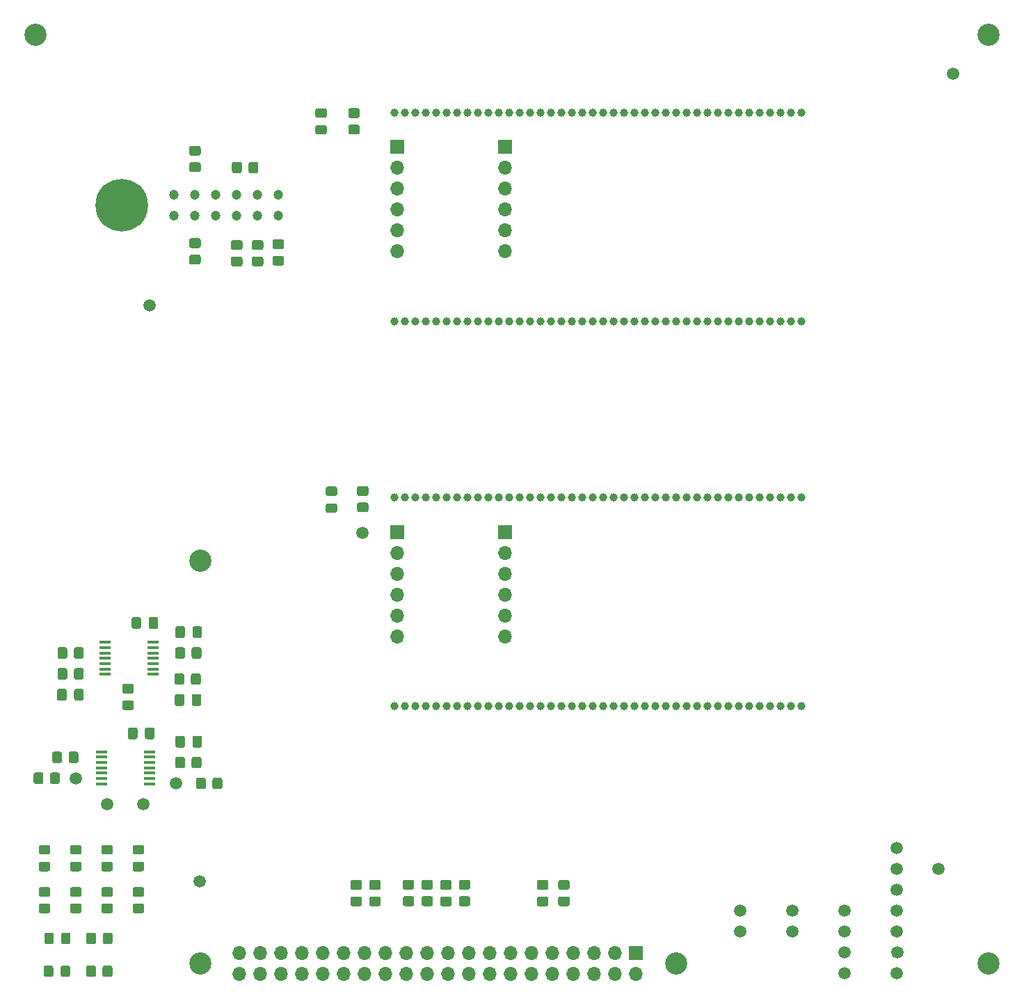
<source format=gts>
G04 #@! TF.GenerationSoftware,KiCad,Pcbnew,(5.1.8)-1*
G04 #@! TF.CreationDate,2021-03-08T00:14:45+09:00*
G04 #@! TF.ProjectId,mifune_TE0890_remote_board,6d696675-6e65-45f5-9445-303839305f72,rev?*
G04 #@! TF.SameCoordinates,Original*
G04 #@! TF.FileFunction,Soldermask,Top*
G04 #@! TF.FilePolarity,Negative*
%FSLAX46Y46*%
G04 Gerber Fmt 4.6, Leading zero omitted, Abs format (unit mm)*
G04 Created by KiCad (PCBNEW (5.1.8)-1) date 2021-03-08 00:14:45*
%MOMM*%
%LPD*%
G01*
G04 APERTURE LIST*
%ADD10R,1.475000X0.450000*%
%ADD11C,1.000000*%
%ADD12C,2.700000*%
%ADD13R,1.700000X1.700000*%
%ADD14O,1.700000X1.700000*%
%ADD15C,1.500000*%
%ADD16C,1.200000*%
%ADD17C,6.400000*%
G04 APERTURE END LIST*
D10*
G04 #@! TO.C,IC1*
X59605400Y-146640000D03*
X59605400Y-147290000D03*
X59605400Y-147940000D03*
X59605400Y-148590000D03*
X59605400Y-149240000D03*
X59605400Y-149890000D03*
X59605400Y-150540000D03*
X53729400Y-150540000D03*
X53729400Y-149890000D03*
X53729400Y-149240000D03*
X53729400Y-148590000D03*
X53729400Y-147940000D03*
X53729400Y-147290000D03*
X53729400Y-146640000D03*
G04 #@! TD*
G04 #@! TO.C,R10*
G36*
G01*
X91092401Y-176765000D02*
X90192399Y-176765000D01*
G75*
G02*
X89942400Y-176515001I0J249999D01*
G01*
X89942400Y-175814999D01*
G75*
G02*
X90192399Y-175565000I249999J0D01*
G01*
X91092401Y-175565000D01*
G75*
G02*
X91342400Y-175814999I0J-249999D01*
G01*
X91342400Y-176515001D01*
G75*
G02*
X91092401Y-176765000I-249999J0D01*
G01*
G37*
G36*
G01*
X91092401Y-178765000D02*
X90192399Y-178765000D01*
G75*
G02*
X89942400Y-178515001I0J249999D01*
G01*
X89942400Y-177814999D01*
G75*
G02*
X90192399Y-177565000I249999J0D01*
G01*
X91092401Y-177565000D01*
G75*
G02*
X91342400Y-177814999I0J-249999D01*
G01*
X91342400Y-178515001D01*
G75*
G02*
X91092401Y-178765000I-249999J0D01*
G01*
G37*
G04 #@! TD*
D11*
G04 #@! TO.C,U6*
X88953000Y-129057000D03*
X88953000Y-154457000D03*
X90223000Y-129057000D03*
X90223000Y-154457000D03*
X91493000Y-129057000D03*
X91493000Y-154457000D03*
X92763000Y-129057000D03*
X92763000Y-154457000D03*
X94033000Y-129057000D03*
X94033000Y-154457000D03*
X95303000Y-129057000D03*
X95303000Y-154457000D03*
X96573000Y-129057000D03*
X96573000Y-154457000D03*
X97843000Y-129057000D03*
X97843000Y-154457000D03*
X99113000Y-129057000D03*
X99113000Y-154457000D03*
X100383000Y-129057000D03*
X100383000Y-154457000D03*
X101653000Y-129057000D03*
X101653000Y-154457000D03*
X102923000Y-129057000D03*
X102923000Y-154457000D03*
X104193000Y-129057000D03*
X104193000Y-154457000D03*
X105463000Y-129057000D03*
X105463000Y-154457000D03*
X106733000Y-129057000D03*
X106733000Y-154457000D03*
X108003000Y-129057000D03*
X108003000Y-154457000D03*
X109273000Y-129057000D03*
X109273000Y-154457000D03*
X110543000Y-129057000D03*
X110543000Y-154457000D03*
X111813000Y-129057000D03*
X111813000Y-154457000D03*
X113083000Y-129057000D03*
X113083000Y-154457000D03*
X114353000Y-129057000D03*
X114353000Y-154457000D03*
X115623000Y-129057000D03*
X115623000Y-154457000D03*
X116893000Y-129057000D03*
X116893000Y-154457000D03*
X118163000Y-129057000D03*
X118163000Y-154457000D03*
X119433000Y-129057000D03*
X119433000Y-154457000D03*
X120703000Y-129057000D03*
X120703000Y-154457000D03*
X121973000Y-129057000D03*
X121973000Y-154457000D03*
X123243000Y-129057000D03*
X123243000Y-154457000D03*
X124513000Y-129057000D03*
X124513000Y-154457000D03*
X125783000Y-129057000D03*
X125783000Y-154457000D03*
X127053000Y-129057000D03*
X127053000Y-154457000D03*
X128323000Y-129057000D03*
X128323000Y-154457000D03*
X129593000Y-129057000D03*
X129593000Y-154457000D03*
X130863000Y-129057000D03*
X130863000Y-154457000D03*
X132133000Y-129057000D03*
X132133000Y-154457000D03*
X133403000Y-129057000D03*
X133403000Y-154457000D03*
X134673000Y-129057000D03*
X134673000Y-154457000D03*
X135943000Y-129057000D03*
X135943000Y-154457000D03*
X137213000Y-129057000D03*
X137213000Y-154457000D03*
X138483000Y-129057000D03*
X138483000Y-154457000D03*
G04 #@! TD*
G04 #@! TO.C,U3*
X138481000Y-107587800D03*
X138481000Y-82187800D03*
X137211000Y-107587800D03*
X137211000Y-82187800D03*
X135941000Y-107587800D03*
X135941000Y-82187800D03*
X134671000Y-107587800D03*
X134671000Y-82187800D03*
X133401000Y-107587800D03*
X133401000Y-82187800D03*
X132131000Y-107587800D03*
X132131000Y-82187800D03*
X130861000Y-107587800D03*
X130861000Y-82187800D03*
X129591000Y-107587800D03*
X129591000Y-82187800D03*
X128321000Y-107587800D03*
X128321000Y-82187800D03*
X127051000Y-107587800D03*
X127051000Y-82187800D03*
X125781000Y-107587800D03*
X125781000Y-82187800D03*
X124511000Y-107587800D03*
X124511000Y-82187800D03*
X123241000Y-107587800D03*
X123241000Y-82187800D03*
X121971000Y-107587800D03*
X121971000Y-82187800D03*
X120701000Y-107587800D03*
X120701000Y-82187800D03*
X119431000Y-107587800D03*
X119431000Y-82187800D03*
X118161000Y-107587800D03*
X118161000Y-82187800D03*
X116891000Y-107587800D03*
X116891000Y-82187800D03*
X115621000Y-107587800D03*
X115621000Y-82187800D03*
X114351000Y-107587800D03*
X114351000Y-82187800D03*
X113081000Y-107587800D03*
X113081000Y-82187800D03*
X111811000Y-107587800D03*
X111811000Y-82187800D03*
X110541000Y-107587800D03*
X110541000Y-82187800D03*
X109271000Y-107587800D03*
X109271000Y-82187800D03*
X108001000Y-107587800D03*
X108001000Y-82187800D03*
X106731000Y-107587800D03*
X106731000Y-82187800D03*
X105461000Y-107587800D03*
X105461000Y-82187800D03*
X104191000Y-107587800D03*
X104191000Y-82187800D03*
X102921000Y-107587800D03*
X102921000Y-82187800D03*
X101651000Y-107587800D03*
X101651000Y-82187800D03*
X100381000Y-107587800D03*
X100381000Y-82187800D03*
X99111000Y-107587800D03*
X99111000Y-82187800D03*
X97841000Y-107587800D03*
X97841000Y-82187800D03*
X96571000Y-107587800D03*
X96571000Y-82187800D03*
X95301000Y-107587800D03*
X95301000Y-82187800D03*
X94031000Y-107587800D03*
X94031000Y-82187800D03*
X92761000Y-107587800D03*
X92761000Y-82187800D03*
X91491000Y-107587800D03*
X91491000Y-82187800D03*
X90221000Y-107587800D03*
X90221000Y-82187800D03*
X88951000Y-107587800D03*
X88951000Y-82187800D03*
G04 #@! TD*
G04 #@! TO.C,C1*
G36*
G01*
X51133500Y-152560000D02*
X51133500Y-153510000D01*
G75*
G02*
X50883500Y-153760000I-250000J0D01*
G01*
X50208500Y-153760000D01*
G75*
G02*
X49958500Y-153510000I0J250000D01*
G01*
X49958500Y-152560000D01*
G75*
G02*
X50208500Y-152310000I250000J0D01*
G01*
X50883500Y-152310000D01*
G75*
G02*
X51133500Y-152560000I0J-250000D01*
G01*
G37*
G36*
G01*
X49058500Y-152560000D02*
X49058500Y-153510000D01*
G75*
G02*
X48808500Y-153760000I-250000J0D01*
G01*
X48133500Y-153760000D01*
G75*
G02*
X47883500Y-153510000I0J250000D01*
G01*
X47883500Y-152560000D01*
G75*
G02*
X48133500Y-152310000I250000J0D01*
G01*
X48808500Y-152310000D01*
G75*
G02*
X49058500Y-152560000I0J-250000D01*
G01*
G37*
G04 #@! TD*
G04 #@! TO.C,C2*
G36*
G01*
X62277500Y-159225000D02*
X62277500Y-158275000D01*
G75*
G02*
X62527500Y-158025000I250000J0D01*
G01*
X63202500Y-158025000D01*
G75*
G02*
X63452500Y-158275000I0J-250000D01*
G01*
X63452500Y-159225000D01*
G75*
G02*
X63202500Y-159475000I-250000J0D01*
G01*
X62527500Y-159475000D01*
G75*
G02*
X62277500Y-159225000I0J250000D01*
G01*
G37*
G36*
G01*
X64352500Y-159225000D02*
X64352500Y-158275000D01*
G75*
G02*
X64602500Y-158025000I250000J0D01*
G01*
X65277500Y-158025000D01*
G75*
G02*
X65527500Y-158275000I0J-250000D01*
G01*
X65527500Y-159225000D01*
G75*
G02*
X65277500Y-159475000I-250000J0D01*
G01*
X64602500Y-159475000D01*
G75*
G02*
X64352500Y-159225000I0J250000D01*
G01*
G37*
G04 #@! TD*
G04 #@! TO.C,C3*
G36*
G01*
X64276300Y-154145000D02*
X64276300Y-153195000D01*
G75*
G02*
X64526300Y-152945000I250000J0D01*
G01*
X65201300Y-152945000D01*
G75*
G02*
X65451300Y-153195000I0J-250000D01*
G01*
X65451300Y-154145000D01*
G75*
G02*
X65201300Y-154395000I-250000J0D01*
G01*
X64526300Y-154395000D01*
G75*
G02*
X64276300Y-154145000I0J250000D01*
G01*
G37*
G36*
G01*
X62201300Y-154145000D02*
X62201300Y-153195000D01*
G75*
G02*
X62451300Y-152945000I250000J0D01*
G01*
X63126300Y-152945000D01*
G75*
G02*
X63376300Y-153195000I0J-250000D01*
G01*
X63376300Y-154145000D01*
G75*
G02*
X63126300Y-154395000I-250000J0D01*
G01*
X62451300Y-154395000D01*
G75*
G02*
X62201300Y-154145000I0J250000D01*
G01*
G37*
G04 #@! TD*
G04 #@! TO.C,C4*
G36*
G01*
X64352500Y-145890000D02*
X64352500Y-144940000D01*
G75*
G02*
X64602500Y-144690000I250000J0D01*
G01*
X65277500Y-144690000D01*
G75*
G02*
X65527500Y-144940000I0J-250000D01*
G01*
X65527500Y-145890000D01*
G75*
G02*
X65277500Y-146140000I-250000J0D01*
G01*
X64602500Y-146140000D01*
G75*
G02*
X64352500Y-145890000I0J250000D01*
G01*
G37*
G36*
G01*
X62277500Y-145890000D02*
X62277500Y-144940000D01*
G75*
G02*
X62527500Y-144690000I250000J0D01*
G01*
X63202500Y-144690000D01*
G75*
G02*
X63452500Y-144940000I0J-250000D01*
G01*
X63452500Y-145890000D01*
G75*
G02*
X63202500Y-146140000I-250000J0D01*
G01*
X62527500Y-146140000D01*
G75*
G02*
X62277500Y-145890000I0J250000D01*
G01*
G37*
G04 #@! TD*
G04 #@! TO.C,C5*
G36*
G01*
X60201300Y-143822000D02*
X60201300Y-144772000D01*
G75*
G02*
X59951300Y-145022000I-250000J0D01*
G01*
X59276300Y-145022000D01*
G75*
G02*
X59026300Y-144772000I0J250000D01*
G01*
X59026300Y-143822000D01*
G75*
G02*
X59276300Y-143572000I250000J0D01*
G01*
X59951300Y-143572000D01*
G75*
G02*
X60201300Y-143822000I0J-250000D01*
G01*
G37*
G36*
G01*
X58126300Y-143822000D02*
X58126300Y-144772000D01*
G75*
G02*
X57876300Y-145022000I-250000J0D01*
G01*
X57201300Y-145022000D01*
G75*
G02*
X56951300Y-144772000I0J250000D01*
G01*
X56951300Y-143822000D01*
G75*
G02*
X57201300Y-143572000I250000J0D01*
G01*
X57876300Y-143572000D01*
G75*
G02*
X58126300Y-143822000I0J-250000D01*
G01*
G37*
G04 #@! TD*
G04 #@! TO.C,C6*
G36*
G01*
X57674000Y-157259000D02*
X57674000Y-158209000D01*
G75*
G02*
X57424000Y-158459000I-250000J0D01*
G01*
X56749000Y-158459000D01*
G75*
G02*
X56499000Y-158209000I0J250000D01*
G01*
X56499000Y-157259000D01*
G75*
G02*
X56749000Y-157009000I250000J0D01*
G01*
X57424000Y-157009000D01*
G75*
G02*
X57674000Y-157259000I0J-250000D01*
G01*
G37*
G36*
G01*
X59749000Y-157259000D02*
X59749000Y-158209000D01*
G75*
G02*
X59499000Y-158459000I-250000J0D01*
G01*
X58824000Y-158459000D01*
G75*
G02*
X58574000Y-158209000I0J250000D01*
G01*
X58574000Y-157259000D01*
G75*
G02*
X58824000Y-157009000I250000J0D01*
G01*
X59499000Y-157009000D01*
G75*
G02*
X59749000Y-157259000I0J-250000D01*
G01*
G37*
G04 #@! TD*
G04 #@! TO.C,D1*
G36*
G01*
X57334999Y-173379000D02*
X58235001Y-173379000D01*
G75*
G02*
X58485000Y-173628999I0J-249999D01*
G01*
X58485000Y-174279001D01*
G75*
G02*
X58235001Y-174529000I-249999J0D01*
G01*
X57334999Y-174529000D01*
G75*
G02*
X57085000Y-174279001I0J249999D01*
G01*
X57085000Y-173628999D01*
G75*
G02*
X57334999Y-173379000I249999J0D01*
G01*
G37*
G36*
G01*
X57334999Y-171329000D02*
X58235001Y-171329000D01*
G75*
G02*
X58485000Y-171578999I0J-249999D01*
G01*
X58485000Y-172229001D01*
G75*
G02*
X58235001Y-172479000I-249999J0D01*
G01*
X57334999Y-172479000D01*
G75*
G02*
X57085000Y-172229001I0J249999D01*
G01*
X57085000Y-171578999D01*
G75*
G02*
X57334999Y-171329000I249999J0D01*
G01*
G37*
G04 #@! TD*
G04 #@! TO.C,D2*
G36*
G01*
X53524999Y-171329000D02*
X54425001Y-171329000D01*
G75*
G02*
X54675000Y-171578999I0J-249999D01*
G01*
X54675000Y-172229001D01*
G75*
G02*
X54425001Y-172479000I-249999J0D01*
G01*
X53524999Y-172479000D01*
G75*
G02*
X53275000Y-172229001I0J249999D01*
G01*
X53275000Y-171578999D01*
G75*
G02*
X53524999Y-171329000I249999J0D01*
G01*
G37*
G36*
G01*
X53524999Y-173379000D02*
X54425001Y-173379000D01*
G75*
G02*
X54675000Y-173628999I0J-249999D01*
G01*
X54675000Y-174279001D01*
G75*
G02*
X54425001Y-174529000I-249999J0D01*
G01*
X53524999Y-174529000D01*
G75*
G02*
X53275000Y-174279001I0J249999D01*
G01*
X53275000Y-173628999D01*
G75*
G02*
X53524999Y-173379000I249999J0D01*
G01*
G37*
G04 #@! TD*
G04 #@! TO.C,D3*
G36*
G01*
X49714999Y-173379000D02*
X50615001Y-173379000D01*
G75*
G02*
X50865000Y-173628999I0J-249999D01*
G01*
X50865000Y-174279001D01*
G75*
G02*
X50615001Y-174529000I-249999J0D01*
G01*
X49714999Y-174529000D01*
G75*
G02*
X49465000Y-174279001I0J249999D01*
G01*
X49465000Y-173628999D01*
G75*
G02*
X49714999Y-173379000I249999J0D01*
G01*
G37*
G36*
G01*
X49714999Y-171329000D02*
X50615001Y-171329000D01*
G75*
G02*
X50865000Y-171578999I0J-249999D01*
G01*
X50865000Y-172229001D01*
G75*
G02*
X50615001Y-172479000I-249999J0D01*
G01*
X49714999Y-172479000D01*
G75*
G02*
X49465000Y-172229001I0J249999D01*
G01*
X49465000Y-171578999D01*
G75*
G02*
X49714999Y-171329000I249999J0D01*
G01*
G37*
G04 #@! TD*
G04 #@! TO.C,D4*
G36*
G01*
X45904999Y-171329000D02*
X46805001Y-171329000D01*
G75*
G02*
X47055000Y-171578999I0J-249999D01*
G01*
X47055000Y-172229001D01*
G75*
G02*
X46805001Y-172479000I-249999J0D01*
G01*
X45904999Y-172479000D01*
G75*
G02*
X45655000Y-172229001I0J249999D01*
G01*
X45655000Y-171578999D01*
G75*
G02*
X45904999Y-171329000I249999J0D01*
G01*
G37*
G36*
G01*
X45904999Y-173379000D02*
X46805001Y-173379000D01*
G75*
G02*
X47055000Y-173628999I0J-249999D01*
G01*
X47055000Y-174279001D01*
G75*
G02*
X46805001Y-174529000I-249999J0D01*
G01*
X45904999Y-174529000D01*
G75*
G02*
X45655000Y-174279001I0J249999D01*
G01*
X45655000Y-173628999D01*
G75*
G02*
X45904999Y-173379000I249999J0D01*
G01*
G37*
G04 #@! TD*
D12*
G04 #@! TO.C,H1*
X123247000Y-185730000D03*
G04 #@! TD*
G04 #@! TO.C,H2*
X65347400Y-185730000D03*
G04 #@! TD*
G04 #@! TO.C,H3*
X65363400Y-136746000D03*
G04 #@! TD*
D10*
G04 #@! TO.C,IC2*
X53272200Y-159975000D03*
X53272200Y-160625000D03*
X53272200Y-161275000D03*
X53272200Y-161925000D03*
X53272200Y-162575000D03*
X53272200Y-163225000D03*
X53272200Y-163875000D03*
X59148200Y-163875000D03*
X59148200Y-163225000D03*
X59148200Y-162575000D03*
X59148200Y-161925000D03*
X59148200Y-161275000D03*
X59148200Y-160625000D03*
X59148200Y-159975000D03*
G04 #@! TD*
D13*
G04 #@! TO.C,J1*
X118364000Y-184450000D03*
D14*
X118364000Y-186990000D03*
X115824000Y-184450000D03*
X115824000Y-186990000D03*
X113284000Y-184450000D03*
X113284000Y-186990000D03*
X110744000Y-184450000D03*
X110744000Y-186990000D03*
X108204000Y-184450000D03*
X108204000Y-186990000D03*
X105664000Y-184450000D03*
X105664000Y-186990000D03*
X103124000Y-184450000D03*
X103124000Y-186990000D03*
X100584000Y-184450000D03*
X100584000Y-186990000D03*
X98044000Y-184450000D03*
X98044000Y-186990000D03*
X95504000Y-184450000D03*
X95504000Y-186990000D03*
X92964000Y-184450000D03*
X92964000Y-186990000D03*
X90424000Y-184450000D03*
X90424000Y-186990000D03*
X87884000Y-184450000D03*
X87884000Y-186990000D03*
X85344000Y-184450000D03*
X85344000Y-186990000D03*
X82804000Y-184450000D03*
X82804000Y-186990000D03*
X80264000Y-184450000D03*
X80264000Y-186990000D03*
X77724000Y-184450000D03*
X77724000Y-186990000D03*
X75184000Y-184450000D03*
X75184000Y-186990000D03*
X72644000Y-184450000D03*
X72644000Y-186990000D03*
X70104000Y-184450000D03*
X70104000Y-186990000D03*
G04 #@! TD*
D15*
G04 #@! TO.C,J2*
X131064000Y-181864000D03*
G04 #@! TD*
G04 #@! TO.C,J3*
X131064000Y-179324000D03*
G04 #@! TD*
G04 #@! TO.C,J4*
X137414000Y-181864000D03*
G04 #@! TD*
G04 #@! TO.C,J5*
X137414000Y-179324000D03*
G04 #@! TD*
G04 #@! TO.C,J6*
X150114000Y-174244000D03*
G04 #@! TD*
G04 #@! TO.C,J7*
X150114000Y-186944000D03*
G04 #@! TD*
G04 #@! TO.C,J8*
X150114000Y-179324000D03*
G04 #@! TD*
G04 #@! TO.C,J9*
X150114000Y-181864000D03*
G04 #@! TD*
G04 #@! TO.C,J10*
X150114000Y-176784000D03*
G04 #@! TD*
G04 #@! TO.C,J11*
X150114000Y-171704000D03*
G04 #@! TD*
G04 #@! TO.C,J12*
X150139000Y-184404000D03*
G04 #@! TD*
G04 #@! TO.C,J13*
X143764000Y-186944000D03*
G04 #@! TD*
G04 #@! TO.C,J14*
X143764000Y-184404000D03*
G04 #@! TD*
G04 #@! TO.C,J15*
X143764000Y-181864000D03*
G04 #@! TD*
G04 #@! TO.C,J16*
X143764000Y-179324000D03*
G04 #@! TD*
G04 #@! TO.C,J17*
X50165000Y-163195000D03*
G04 #@! TD*
G04 #@! TO.C,J18*
X53975000Y-166370000D03*
G04 #@! TD*
G04 #@! TO.C,J19*
X62357000Y-163830000D03*
G04 #@! TD*
G04 #@! TO.C,J20*
X58420000Y-166370000D03*
G04 #@! TD*
G04 #@! TO.C,J21*
X85090000Y-133350000D03*
G04 #@! TD*
G04 #@! TO.C,R1*
G36*
G01*
X92478399Y-175565000D02*
X93378401Y-175565000D01*
G75*
G02*
X93628400Y-175814999I0J-249999D01*
G01*
X93628400Y-176515001D01*
G75*
G02*
X93378401Y-176765000I-249999J0D01*
G01*
X92478399Y-176765000D01*
G75*
G02*
X92228400Y-176515001I0J249999D01*
G01*
X92228400Y-175814999D01*
G75*
G02*
X92478399Y-175565000I249999J0D01*
G01*
G37*
G36*
G01*
X92478399Y-177565000D02*
X93378401Y-177565000D01*
G75*
G02*
X93628400Y-177814999I0J-249999D01*
G01*
X93628400Y-178515001D01*
G75*
G02*
X93378401Y-178765000I-249999J0D01*
G01*
X92478399Y-178765000D01*
G75*
G02*
X92228400Y-178515001I0J249999D01*
G01*
X92228400Y-177814999D01*
G75*
G02*
X92478399Y-177565000I249999J0D01*
G01*
G37*
G04 #@! TD*
G04 #@! TO.C,R2*
G36*
G01*
X49130000Y-150044999D02*
X49130000Y-150945001D01*
G75*
G02*
X48880001Y-151195000I-249999J0D01*
G01*
X48179999Y-151195000D01*
G75*
G02*
X47930000Y-150945001I0J249999D01*
G01*
X47930000Y-150044999D01*
G75*
G02*
X48179999Y-149795000I249999J0D01*
G01*
X48880001Y-149795000D01*
G75*
G02*
X49130000Y-150044999I0J-249999D01*
G01*
G37*
G36*
G01*
X51130000Y-150044999D02*
X51130000Y-150945001D01*
G75*
G02*
X50880001Y-151195000I-249999J0D01*
G01*
X50179999Y-151195000D01*
G75*
G02*
X49930000Y-150945001I0J249999D01*
G01*
X49930000Y-150044999D01*
G75*
G02*
X50179999Y-149795000I249999J0D01*
G01*
X50880001Y-149795000D01*
G75*
G02*
X51130000Y-150044999I0J-249999D01*
G01*
G37*
G04 #@! TD*
G04 #@! TO.C,R3*
G36*
G01*
X97935201Y-178765000D02*
X97035199Y-178765000D01*
G75*
G02*
X96785200Y-178515001I0J249999D01*
G01*
X96785200Y-177814999D01*
G75*
G02*
X97035199Y-177565000I249999J0D01*
G01*
X97935201Y-177565000D01*
G75*
G02*
X98185200Y-177814999I0J-249999D01*
G01*
X98185200Y-178515001D01*
G75*
G02*
X97935201Y-178765000I-249999J0D01*
G01*
G37*
G36*
G01*
X97935201Y-176765000D02*
X97035199Y-176765000D01*
G75*
G02*
X96785200Y-176515001I0J249999D01*
G01*
X96785200Y-175814999D01*
G75*
G02*
X97035199Y-175565000I249999J0D01*
G01*
X97935201Y-175565000D01*
G75*
G02*
X98185200Y-175814999I0J-249999D01*
G01*
X98185200Y-176515001D01*
G75*
G02*
X97935201Y-176765000I-249999J0D01*
G01*
G37*
G04 #@! TD*
G04 #@! TO.C,R4*
G36*
G01*
X65370000Y-150679999D02*
X65370000Y-151580001D01*
G75*
G02*
X65120001Y-151830000I-249999J0D01*
G01*
X64419999Y-151830000D01*
G75*
G02*
X64170000Y-151580001I0J249999D01*
G01*
X64170000Y-150679999D01*
G75*
G02*
X64419999Y-150430000I249999J0D01*
G01*
X65120001Y-150430000D01*
G75*
G02*
X65370000Y-150679999I0J-249999D01*
G01*
G37*
G36*
G01*
X63370000Y-150679999D02*
X63370000Y-151580001D01*
G75*
G02*
X63120001Y-151830000I-249999J0D01*
G01*
X62419999Y-151830000D01*
G75*
G02*
X62170000Y-151580001I0J249999D01*
G01*
X62170000Y-150679999D01*
G75*
G02*
X62419999Y-150430000I249999J0D01*
G01*
X63120001Y-150430000D01*
G75*
G02*
X63370000Y-150679999I0J-249999D01*
G01*
G37*
G04 #@! TD*
G04 #@! TO.C,R5*
G36*
G01*
X63465000Y-160839999D02*
X63465000Y-161740001D01*
G75*
G02*
X63215001Y-161990000I-249999J0D01*
G01*
X62514999Y-161990000D01*
G75*
G02*
X62265000Y-161740001I0J249999D01*
G01*
X62265000Y-160839999D01*
G75*
G02*
X62514999Y-160590000I249999J0D01*
G01*
X63215001Y-160590000D01*
G75*
G02*
X63465000Y-160839999I0J-249999D01*
G01*
G37*
G36*
G01*
X65465000Y-160839999D02*
X65465000Y-161740001D01*
G75*
G02*
X65215001Y-161990000I-249999J0D01*
G01*
X64514999Y-161990000D01*
G75*
G02*
X64265000Y-161740001I0J249999D01*
G01*
X64265000Y-160839999D01*
G75*
G02*
X64514999Y-160590000I249999J0D01*
G01*
X65215001Y-160590000D01*
G75*
G02*
X65465000Y-160839999I0J-249999D01*
G01*
G37*
G04 #@! TD*
G04 #@! TO.C,R6*
G36*
G01*
X95664401Y-178781000D02*
X94764399Y-178781000D01*
G75*
G02*
X94514400Y-178531001I0J249999D01*
G01*
X94514400Y-177830999D01*
G75*
G02*
X94764399Y-177581000I249999J0D01*
G01*
X95664401Y-177581000D01*
G75*
G02*
X95914400Y-177830999I0J-249999D01*
G01*
X95914400Y-178531001D01*
G75*
G02*
X95664401Y-178781000I-249999J0D01*
G01*
G37*
G36*
G01*
X95664401Y-176781000D02*
X94764399Y-176781000D01*
G75*
G02*
X94514400Y-176531001I0J249999D01*
G01*
X94514400Y-175830999D01*
G75*
G02*
X94764399Y-175581000I249999J0D01*
G01*
X95664401Y-175581000D01*
G75*
G02*
X95914400Y-175830999I0J-249999D01*
G01*
X95914400Y-176531001D01*
G75*
G02*
X95664401Y-176781000I-249999J0D01*
G01*
G37*
G04 #@! TD*
G04 #@! TO.C,R7*
G36*
G01*
X56965001Y-152905000D02*
X56064999Y-152905000D01*
G75*
G02*
X55815000Y-152655001I0J249999D01*
G01*
X55815000Y-151954999D01*
G75*
G02*
X56064999Y-151705000I249999J0D01*
G01*
X56965001Y-151705000D01*
G75*
G02*
X57215000Y-151954999I0J-249999D01*
G01*
X57215000Y-152655001D01*
G75*
G02*
X56965001Y-152905000I-249999J0D01*
G01*
G37*
G36*
G01*
X56965001Y-154905000D02*
X56064999Y-154905000D01*
G75*
G02*
X55815000Y-154655001I0J249999D01*
G01*
X55815000Y-153954999D01*
G75*
G02*
X56064999Y-153705000I249999J0D01*
G01*
X56965001Y-153705000D01*
G75*
G02*
X57215000Y-153954999I0J-249999D01*
G01*
X57215000Y-154655001D01*
G75*
G02*
X56965001Y-154905000I-249999J0D01*
G01*
G37*
G04 #@! TD*
G04 #@! TO.C,R8*
G36*
G01*
X48495000Y-160204999D02*
X48495000Y-161105001D01*
G75*
G02*
X48245001Y-161355000I-249999J0D01*
G01*
X47544999Y-161355000D01*
G75*
G02*
X47295000Y-161105001I0J249999D01*
G01*
X47295000Y-160204999D01*
G75*
G02*
X47544999Y-159955000I249999J0D01*
G01*
X48245001Y-159955000D01*
G75*
G02*
X48495000Y-160204999I0J-249999D01*
G01*
G37*
G36*
G01*
X50495000Y-160204999D02*
X50495000Y-161105001D01*
G75*
G02*
X50245001Y-161355000I-249999J0D01*
G01*
X49544999Y-161355000D01*
G75*
G02*
X49295000Y-161105001I0J249999D01*
G01*
X49295000Y-160204999D01*
G75*
G02*
X49544999Y-159955000I249999J0D01*
G01*
X50245001Y-159955000D01*
G75*
G02*
X50495000Y-160204999I0J-249999D01*
G01*
G37*
G04 #@! TD*
G04 #@! TO.C,R9*
G36*
G01*
X106534999Y-175574000D02*
X107435001Y-175574000D01*
G75*
G02*
X107685000Y-175823999I0J-249999D01*
G01*
X107685000Y-176524001D01*
G75*
G02*
X107435001Y-176774000I-249999J0D01*
G01*
X106534999Y-176774000D01*
G75*
G02*
X106285000Y-176524001I0J249999D01*
G01*
X106285000Y-175823999D01*
G75*
G02*
X106534999Y-175574000I249999J0D01*
G01*
G37*
G36*
G01*
X106534999Y-177574000D02*
X107435001Y-177574000D01*
G75*
G02*
X107685000Y-177823999I0J-249999D01*
G01*
X107685000Y-178524001D01*
G75*
G02*
X107435001Y-178774000I-249999J0D01*
G01*
X106534999Y-178774000D01*
G75*
G02*
X106285000Y-178524001I0J249999D01*
G01*
X106285000Y-177823999D01*
G75*
G02*
X106534999Y-177574000I249999J0D01*
G01*
G37*
G04 #@! TD*
G04 #@! TO.C,R11*
G36*
G01*
X65465000Y-147504999D02*
X65465000Y-148405001D01*
G75*
G02*
X65215001Y-148655000I-249999J0D01*
G01*
X64514999Y-148655000D01*
G75*
G02*
X64265000Y-148405001I0J249999D01*
G01*
X64265000Y-147504999D01*
G75*
G02*
X64514999Y-147255000I249999J0D01*
G01*
X65215001Y-147255000D01*
G75*
G02*
X65465000Y-147504999I0J-249999D01*
G01*
G37*
G36*
G01*
X63465000Y-147504999D02*
X63465000Y-148405001D01*
G75*
G02*
X63215001Y-148655000I-249999J0D01*
G01*
X62514999Y-148655000D01*
G75*
G02*
X62265000Y-148405001I0J249999D01*
G01*
X62265000Y-147504999D01*
G75*
G02*
X62514999Y-147255000I249999J0D01*
G01*
X63215001Y-147255000D01*
G75*
G02*
X63465000Y-147504999I0J-249999D01*
G01*
G37*
G04 #@! TD*
G04 #@! TO.C,R12*
G36*
G01*
X109125999Y-175574000D02*
X110026001Y-175574000D01*
G75*
G02*
X110276000Y-175823999I0J-249999D01*
G01*
X110276000Y-176524001D01*
G75*
G02*
X110026001Y-176774000I-249999J0D01*
G01*
X109125999Y-176774000D01*
G75*
G02*
X108876000Y-176524001I0J249999D01*
G01*
X108876000Y-175823999D01*
G75*
G02*
X109125999Y-175574000I249999J0D01*
G01*
G37*
G36*
G01*
X109125999Y-177574000D02*
X110026001Y-177574000D01*
G75*
G02*
X110276000Y-177823999I0J-249999D01*
G01*
X110276000Y-178524001D01*
G75*
G02*
X110026001Y-178774000I-249999J0D01*
G01*
X109125999Y-178774000D01*
G75*
G02*
X108876000Y-178524001I0J249999D01*
G01*
X108876000Y-177823999D01*
G75*
G02*
X109125999Y-177574000I249999J0D01*
G01*
G37*
G04 #@! TD*
G04 #@! TO.C,R13*
G36*
G01*
X51130000Y-147504999D02*
X51130000Y-148405001D01*
G75*
G02*
X50880001Y-148655000I-249999J0D01*
G01*
X50179999Y-148655000D01*
G75*
G02*
X49930000Y-148405001I0J249999D01*
G01*
X49930000Y-147504999D01*
G75*
G02*
X50179999Y-147255000I249999J0D01*
G01*
X50880001Y-147255000D01*
G75*
G02*
X51130000Y-147504999I0J-249999D01*
G01*
G37*
G36*
G01*
X49130000Y-147504999D02*
X49130000Y-148405001D01*
G75*
G02*
X48880001Y-148655000I-249999J0D01*
G01*
X48179999Y-148655000D01*
G75*
G02*
X47930000Y-148405001I0J249999D01*
G01*
X47930000Y-147504999D01*
G75*
G02*
X48179999Y-147255000I249999J0D01*
G01*
X48880001Y-147255000D01*
G75*
G02*
X49130000Y-147504999I0J-249999D01*
G01*
G37*
G04 #@! TD*
G04 #@! TO.C,R14*
G36*
G01*
X64218399Y-99469400D02*
X65118401Y-99469400D01*
G75*
G02*
X65368400Y-99719399I0J-249999D01*
G01*
X65368400Y-100419401D01*
G75*
G02*
X65118401Y-100669400I-249999J0D01*
G01*
X64218399Y-100669400D01*
G75*
G02*
X63968400Y-100419401I0J249999D01*
G01*
X63968400Y-99719399D01*
G75*
G02*
X64218399Y-99469400I249999J0D01*
G01*
G37*
G36*
G01*
X64218399Y-97469400D02*
X65118401Y-97469400D01*
G75*
G02*
X65368400Y-97719399I0J-249999D01*
G01*
X65368400Y-98419401D01*
G75*
G02*
X65118401Y-98669400I-249999J0D01*
G01*
X64218399Y-98669400D01*
G75*
G02*
X63968400Y-98419401I0J249999D01*
G01*
X63968400Y-97719399D01*
G75*
G02*
X64218399Y-97469400I249999J0D01*
G01*
G37*
G04 #@! TD*
G04 #@! TO.C,R15*
G36*
G01*
X69298399Y-99704600D02*
X70198401Y-99704600D01*
G75*
G02*
X70448400Y-99954599I0J-249999D01*
G01*
X70448400Y-100654601D01*
G75*
G02*
X70198401Y-100904600I-249999J0D01*
G01*
X69298399Y-100904600D01*
G75*
G02*
X69048400Y-100654601I0J249999D01*
G01*
X69048400Y-99954599D01*
G75*
G02*
X69298399Y-99704600I249999J0D01*
G01*
G37*
G36*
G01*
X69298399Y-97704600D02*
X70198401Y-97704600D01*
G75*
G02*
X70448400Y-97954599I0J-249999D01*
G01*
X70448400Y-98654601D01*
G75*
G02*
X70198401Y-98904600I-249999J0D01*
G01*
X69298399Y-98904600D01*
G75*
G02*
X69048400Y-98654601I0J249999D01*
G01*
X69048400Y-97954599D01*
G75*
G02*
X69298399Y-97704600I249999J0D01*
G01*
G37*
G04 #@! TD*
G04 #@! TO.C,R16*
G36*
G01*
X71838399Y-97704600D02*
X72738401Y-97704600D01*
G75*
G02*
X72988400Y-97954599I0J-249999D01*
G01*
X72988400Y-98654601D01*
G75*
G02*
X72738401Y-98904600I-249999J0D01*
G01*
X71838399Y-98904600D01*
G75*
G02*
X71588400Y-98654601I0J249999D01*
G01*
X71588400Y-97954599D01*
G75*
G02*
X71838399Y-97704600I249999J0D01*
G01*
G37*
G36*
G01*
X71838399Y-99704600D02*
X72738401Y-99704600D01*
G75*
G02*
X72988400Y-99954599I0J-249999D01*
G01*
X72988400Y-100654601D01*
G75*
G02*
X72738401Y-100904600I-249999J0D01*
G01*
X71838399Y-100904600D01*
G75*
G02*
X71588400Y-100654601I0J249999D01*
G01*
X71588400Y-99954599D01*
G75*
G02*
X71838399Y-99704600I249999J0D01*
G01*
G37*
G04 #@! TD*
G04 #@! TO.C,R17*
G36*
G01*
X74352999Y-99603000D02*
X75253001Y-99603000D01*
G75*
G02*
X75503000Y-99852999I0J-249999D01*
G01*
X75503000Y-100553001D01*
G75*
G02*
X75253001Y-100803000I-249999J0D01*
G01*
X74352999Y-100803000D01*
G75*
G02*
X74103000Y-100553001I0J249999D01*
G01*
X74103000Y-99852999D01*
G75*
G02*
X74352999Y-99603000I249999J0D01*
G01*
G37*
G36*
G01*
X74352999Y-97603000D02*
X75253001Y-97603000D01*
G75*
G02*
X75503000Y-97852999I0J-249999D01*
G01*
X75503000Y-98553001D01*
G75*
G02*
X75253001Y-98803000I-249999J0D01*
G01*
X74352999Y-98803000D01*
G75*
G02*
X74103000Y-98553001I0J249999D01*
G01*
X74103000Y-97852999D01*
G75*
G02*
X74352999Y-97603000I249999J0D01*
G01*
G37*
G04 #@! TD*
G04 #@! TO.C,R18*
G36*
G01*
X72373800Y-88424599D02*
X72373800Y-89324601D01*
G75*
G02*
X72123801Y-89574600I-249999J0D01*
G01*
X71423799Y-89574600D01*
G75*
G02*
X71173800Y-89324601I0J249999D01*
G01*
X71173800Y-88424599D01*
G75*
G02*
X71423799Y-88174600I249999J0D01*
G01*
X72123801Y-88174600D01*
G75*
G02*
X72373800Y-88424599I0J-249999D01*
G01*
G37*
G36*
G01*
X70373800Y-88424599D02*
X70373800Y-89324601D01*
G75*
G02*
X70123801Y-89574600I-249999J0D01*
G01*
X69423799Y-89574600D01*
G75*
G02*
X69173800Y-89324601I0J249999D01*
G01*
X69173800Y-88424599D01*
G75*
G02*
X69423799Y-88174600I249999J0D01*
G01*
X70123801Y-88174600D01*
G75*
G02*
X70373800Y-88424599I0J-249999D01*
G01*
G37*
G04 #@! TD*
G04 #@! TO.C,R19*
G36*
G01*
X64218399Y-88233200D02*
X65118401Y-88233200D01*
G75*
G02*
X65368400Y-88483199I0J-249999D01*
G01*
X65368400Y-89183201D01*
G75*
G02*
X65118401Y-89433200I-249999J0D01*
G01*
X64218399Y-89433200D01*
G75*
G02*
X63968400Y-89183201I0J249999D01*
G01*
X63968400Y-88483199D01*
G75*
G02*
X64218399Y-88233200I249999J0D01*
G01*
G37*
G36*
G01*
X64218399Y-86233200D02*
X65118401Y-86233200D01*
G75*
G02*
X65368400Y-86483199I0J-249999D01*
G01*
X65368400Y-87183201D01*
G75*
G02*
X65118401Y-87433200I-249999J0D01*
G01*
X64218399Y-87433200D01*
G75*
G02*
X63968400Y-87183201I0J249999D01*
G01*
X63968400Y-86483199D01*
G75*
G02*
X64218399Y-86233200I249999J0D01*
G01*
G37*
G04 #@! TD*
G04 #@! TO.C,R20*
G36*
G01*
X58235001Y-177634000D02*
X57334999Y-177634000D01*
G75*
G02*
X57085000Y-177384001I0J249999D01*
G01*
X57085000Y-176683999D01*
G75*
G02*
X57334999Y-176434000I249999J0D01*
G01*
X58235001Y-176434000D01*
G75*
G02*
X58485000Y-176683999I0J-249999D01*
G01*
X58485000Y-177384001D01*
G75*
G02*
X58235001Y-177634000I-249999J0D01*
G01*
G37*
G36*
G01*
X58235001Y-179634000D02*
X57334999Y-179634000D01*
G75*
G02*
X57085000Y-179384001I0J249999D01*
G01*
X57085000Y-178683999D01*
G75*
G02*
X57334999Y-178434000I249999J0D01*
G01*
X58235001Y-178434000D01*
G75*
G02*
X58485000Y-178683999I0J-249999D01*
G01*
X58485000Y-179384001D01*
G75*
G02*
X58235001Y-179634000I-249999J0D01*
G01*
G37*
G04 #@! TD*
G04 #@! TO.C,R21*
G36*
G01*
X54435001Y-179634000D02*
X53534999Y-179634000D01*
G75*
G02*
X53285000Y-179384001I0J249999D01*
G01*
X53285000Y-178683999D01*
G75*
G02*
X53534999Y-178434000I249999J0D01*
G01*
X54435001Y-178434000D01*
G75*
G02*
X54685000Y-178683999I0J-249999D01*
G01*
X54685000Y-179384001D01*
G75*
G02*
X54435001Y-179634000I-249999J0D01*
G01*
G37*
G36*
G01*
X54435001Y-177634000D02*
X53534999Y-177634000D01*
G75*
G02*
X53285000Y-177384001I0J249999D01*
G01*
X53285000Y-176683999D01*
G75*
G02*
X53534999Y-176434000I249999J0D01*
G01*
X54435001Y-176434000D01*
G75*
G02*
X54685000Y-176683999I0J-249999D01*
G01*
X54685000Y-177384001D01*
G75*
G02*
X54435001Y-177634000I-249999J0D01*
G01*
G37*
G04 #@! TD*
G04 #@! TO.C,R22*
G36*
G01*
X50615001Y-177634000D02*
X49714999Y-177634000D01*
G75*
G02*
X49465000Y-177384001I0J249999D01*
G01*
X49465000Y-176683999D01*
G75*
G02*
X49714999Y-176434000I249999J0D01*
G01*
X50615001Y-176434000D01*
G75*
G02*
X50865000Y-176683999I0J-249999D01*
G01*
X50865000Y-177384001D01*
G75*
G02*
X50615001Y-177634000I-249999J0D01*
G01*
G37*
G36*
G01*
X50615001Y-179634000D02*
X49714999Y-179634000D01*
G75*
G02*
X49465000Y-179384001I0J249999D01*
G01*
X49465000Y-178683999D01*
G75*
G02*
X49714999Y-178434000I249999J0D01*
G01*
X50615001Y-178434000D01*
G75*
G02*
X50865000Y-178683999I0J-249999D01*
G01*
X50865000Y-179384001D01*
G75*
G02*
X50615001Y-179634000I-249999J0D01*
G01*
G37*
G04 #@! TD*
G04 #@! TO.C,R23*
G36*
G01*
X46805001Y-179634000D02*
X45904999Y-179634000D01*
G75*
G02*
X45655000Y-179384001I0J249999D01*
G01*
X45655000Y-178683999D01*
G75*
G02*
X45904999Y-178434000I249999J0D01*
G01*
X46805001Y-178434000D01*
G75*
G02*
X47055000Y-178683999I0J-249999D01*
G01*
X47055000Y-179384001D01*
G75*
G02*
X46805001Y-179634000I-249999J0D01*
G01*
G37*
G36*
G01*
X46805001Y-177634000D02*
X45904999Y-177634000D01*
G75*
G02*
X45655000Y-177384001I0J249999D01*
G01*
X45655000Y-176683999D01*
G75*
G02*
X45904999Y-176434000I249999J0D01*
G01*
X46805001Y-176434000D01*
G75*
G02*
X47055000Y-176683999I0J-249999D01*
G01*
X47055000Y-177384001D01*
G75*
G02*
X46805001Y-177634000I-249999J0D01*
G01*
G37*
G04 #@! TD*
G04 #@! TO.C,R24*
G36*
G01*
X86128399Y-177581000D02*
X87028401Y-177581000D01*
G75*
G02*
X87278400Y-177830999I0J-249999D01*
G01*
X87278400Y-178531001D01*
G75*
G02*
X87028401Y-178781000I-249999J0D01*
G01*
X86128399Y-178781000D01*
G75*
G02*
X85878400Y-178531001I0J249999D01*
G01*
X85878400Y-177830999D01*
G75*
G02*
X86128399Y-177581000I249999J0D01*
G01*
G37*
G36*
G01*
X86128399Y-175581000D02*
X87028401Y-175581000D01*
G75*
G02*
X87278400Y-175830999I0J-249999D01*
G01*
X87278400Y-176531001D01*
G75*
G02*
X87028401Y-176781000I-249999J0D01*
G01*
X86128399Y-176781000D01*
G75*
G02*
X85878400Y-176531001I0J249999D01*
G01*
X85878400Y-175830999D01*
G75*
G02*
X86128399Y-175581000I249999J0D01*
G01*
G37*
G04 #@! TD*
G04 #@! TO.C,R25*
G36*
G01*
X83842399Y-175581000D02*
X84742401Y-175581000D01*
G75*
G02*
X84992400Y-175830999I0J-249999D01*
G01*
X84992400Y-176531001D01*
G75*
G02*
X84742401Y-176781000I-249999J0D01*
G01*
X83842399Y-176781000D01*
G75*
G02*
X83592400Y-176531001I0J249999D01*
G01*
X83592400Y-175830999D01*
G75*
G02*
X83842399Y-175581000I249999J0D01*
G01*
G37*
G36*
G01*
X83842399Y-177581000D02*
X84742401Y-177581000D01*
G75*
G02*
X84992400Y-177830999I0J-249999D01*
G01*
X84992400Y-178531001D01*
G75*
G02*
X84742401Y-178781000I-249999J0D01*
G01*
X83842399Y-178781000D01*
G75*
G02*
X83592400Y-178531001I0J249999D01*
G01*
X83592400Y-177830999D01*
G75*
G02*
X83842399Y-177581000I249999J0D01*
G01*
G37*
G04 #@! TD*
G04 #@! TO.C,R26*
G36*
G01*
X46225000Y-162744999D02*
X46225000Y-163645001D01*
G75*
G02*
X45975001Y-163895000I-249999J0D01*
G01*
X45274999Y-163895000D01*
G75*
G02*
X45025000Y-163645001I0J249999D01*
G01*
X45025000Y-162744999D01*
G75*
G02*
X45274999Y-162495000I249999J0D01*
G01*
X45975001Y-162495000D01*
G75*
G02*
X46225000Y-162744999I0J-249999D01*
G01*
G37*
G36*
G01*
X48225000Y-162744999D02*
X48225000Y-163645001D01*
G75*
G02*
X47975001Y-163895000I-249999J0D01*
G01*
X47274999Y-163895000D01*
G75*
G02*
X47025000Y-163645001I0J249999D01*
G01*
X47025000Y-162744999D01*
G75*
G02*
X47274999Y-162495000I249999J0D01*
G01*
X47975001Y-162495000D01*
G75*
G02*
X48225000Y-162744999I0J-249999D01*
G01*
G37*
G04 #@! TD*
G04 #@! TO.C,R27*
G36*
G01*
X68005000Y-163379999D02*
X68005000Y-164280001D01*
G75*
G02*
X67755001Y-164530000I-249999J0D01*
G01*
X67054999Y-164530000D01*
G75*
G02*
X66805000Y-164280001I0J249999D01*
G01*
X66805000Y-163379999D01*
G75*
G02*
X67054999Y-163130000I249999J0D01*
G01*
X67755001Y-163130000D01*
G75*
G02*
X68005000Y-163379999I0J-249999D01*
G01*
G37*
G36*
G01*
X66005000Y-163379999D02*
X66005000Y-164280001D01*
G75*
G02*
X65755001Y-164530000I-249999J0D01*
G01*
X65054999Y-164530000D01*
G75*
G02*
X64805000Y-164280001I0J249999D01*
G01*
X64805000Y-163379999D01*
G75*
G02*
X65054999Y-163130000I249999J0D01*
G01*
X65755001Y-163130000D01*
G75*
G02*
X66005000Y-163379999I0J-249999D01*
G01*
G37*
G04 #@! TD*
D13*
G04 #@! TO.C,U1*
X102390000Y-86366100D03*
D14*
X102390000Y-88906100D03*
X102390000Y-91446100D03*
X102390000Y-93986100D03*
X102390000Y-96526100D03*
X102390000Y-99066100D03*
G04 #@! TD*
D16*
G04 #@! TO.C,U2*
X67208400Y-94767400D03*
X69748400Y-92227400D03*
X67208400Y-92227400D03*
X69748400Y-94767400D03*
X64668400Y-94767400D03*
X72288400Y-92227400D03*
X64668400Y-92227400D03*
X72288400Y-94767400D03*
X62128400Y-94767400D03*
X74828400Y-92227400D03*
X62128400Y-92227400D03*
X74828400Y-94767400D03*
D17*
X55778400Y-93497400D03*
G04 #@! TD*
D14*
G04 #@! TO.C,U4*
X89291200Y-99066100D03*
X89291200Y-96526100D03*
X89291200Y-93986100D03*
X89291200Y-91446100D03*
X89291200Y-88906100D03*
D13*
X89291200Y-86366100D03*
G04 #@! TD*
G04 #@! TO.C,U5*
X102390000Y-133246000D03*
D14*
X102390000Y-135786000D03*
X102390000Y-138326000D03*
X102390000Y-140866000D03*
X102390000Y-143406000D03*
X102390000Y-145946000D03*
G04 #@! TD*
G04 #@! TO.C,U7*
X89298800Y-145941000D03*
X89298800Y-143401000D03*
X89298800Y-140861000D03*
X89298800Y-138321000D03*
X89298800Y-135781000D03*
D13*
X89298800Y-133241000D03*
G04 #@! TD*
G04 #@! TO.C,D5*
G36*
G01*
X48320000Y-187140001D02*
X48320000Y-186239999D01*
G75*
G02*
X48569999Y-185990000I249999J0D01*
G01*
X49220001Y-185990000D01*
G75*
G02*
X49470000Y-186239999I0J-249999D01*
G01*
X49470000Y-187140001D01*
G75*
G02*
X49220001Y-187390000I-249999J0D01*
G01*
X48569999Y-187390000D01*
G75*
G02*
X48320000Y-187140001I0J249999D01*
G01*
G37*
G36*
G01*
X46270000Y-187140001D02*
X46270000Y-186239999D01*
G75*
G02*
X46519999Y-185990000I249999J0D01*
G01*
X47170001Y-185990000D01*
G75*
G02*
X47420000Y-186239999I0J-249999D01*
G01*
X47420000Y-187140001D01*
G75*
G02*
X47170001Y-187390000I-249999J0D01*
G01*
X46519999Y-187390000D01*
G75*
G02*
X46270000Y-187140001I0J249999D01*
G01*
G37*
G04 #@! TD*
G04 #@! TO.C,D6*
G36*
G01*
X48383500Y-183140001D02*
X48383500Y-182239999D01*
G75*
G02*
X48633499Y-181990000I249999J0D01*
G01*
X49283501Y-181990000D01*
G75*
G02*
X49533500Y-182239999I0J-249999D01*
G01*
X49533500Y-183140001D01*
G75*
G02*
X49283501Y-183390000I-249999J0D01*
G01*
X48633499Y-183390000D01*
G75*
G02*
X48383500Y-183140001I0J249999D01*
G01*
G37*
G36*
G01*
X46333500Y-183140001D02*
X46333500Y-182239999D01*
G75*
G02*
X46583499Y-181990000I249999J0D01*
G01*
X47233501Y-181990000D01*
G75*
G02*
X47483500Y-182239999I0J-249999D01*
G01*
X47483500Y-183140001D01*
G75*
G02*
X47233501Y-183390000I-249999J0D01*
G01*
X46583499Y-183390000D01*
G75*
G02*
X46333500Y-183140001I0J249999D01*
G01*
G37*
G04 #@! TD*
G04 #@! TO.C,D7*
G36*
G01*
X80460001Y-82811200D02*
X79559999Y-82811200D01*
G75*
G02*
X79310000Y-82561201I0J249999D01*
G01*
X79310000Y-81911199D01*
G75*
G02*
X79559999Y-81661200I249999J0D01*
G01*
X80460001Y-81661200D01*
G75*
G02*
X80710000Y-81911199I0J-249999D01*
G01*
X80710000Y-82561201D01*
G75*
G02*
X80460001Y-82811200I-249999J0D01*
G01*
G37*
G36*
G01*
X80460001Y-84861200D02*
X79559999Y-84861200D01*
G75*
G02*
X79310000Y-84611201I0J249999D01*
G01*
X79310000Y-83961199D01*
G75*
G02*
X79559999Y-83711200I249999J0D01*
G01*
X80460001Y-83711200D01*
G75*
G02*
X80710000Y-83961199I0J-249999D01*
G01*
X80710000Y-84611201D01*
G75*
G02*
X80460001Y-84861200I-249999J0D01*
G01*
G37*
G04 #@! TD*
G04 #@! TO.C,D8*
G36*
G01*
X81730001Y-130895000D02*
X80829999Y-130895000D01*
G75*
G02*
X80580000Y-130645001I0J249999D01*
G01*
X80580000Y-129994999D01*
G75*
G02*
X80829999Y-129745000I249999J0D01*
G01*
X81730001Y-129745000D01*
G75*
G02*
X81980000Y-129994999I0J-249999D01*
G01*
X81980000Y-130645001D01*
G75*
G02*
X81730001Y-130895000I-249999J0D01*
G01*
G37*
G36*
G01*
X81730001Y-128845000D02*
X80829999Y-128845000D01*
G75*
G02*
X80580000Y-128595001I0J249999D01*
G01*
X80580000Y-127944999D01*
G75*
G02*
X80829999Y-127695000I249999J0D01*
G01*
X81730001Y-127695000D01*
G75*
G02*
X81980000Y-127944999I0J-249999D01*
G01*
X81980000Y-128595001D01*
G75*
G02*
X81730001Y-128845000I-249999J0D01*
G01*
G37*
G04 #@! TD*
G04 #@! TO.C,R28*
G36*
G01*
X52619200Y-186239999D02*
X52619200Y-187140001D01*
G75*
G02*
X52369201Y-187390000I-249999J0D01*
G01*
X51669199Y-187390000D01*
G75*
G02*
X51419200Y-187140001I0J249999D01*
G01*
X51419200Y-186239999D01*
G75*
G02*
X51669199Y-185990000I249999J0D01*
G01*
X52369201Y-185990000D01*
G75*
G02*
X52619200Y-186239999I0J-249999D01*
G01*
G37*
G36*
G01*
X54619200Y-186239999D02*
X54619200Y-187140001D01*
G75*
G02*
X54369201Y-187390000I-249999J0D01*
G01*
X53669199Y-187390000D01*
G75*
G02*
X53419200Y-187140001I0J249999D01*
G01*
X53419200Y-186239999D01*
G75*
G02*
X53669199Y-185990000I249999J0D01*
G01*
X54369201Y-185990000D01*
G75*
G02*
X54619200Y-186239999I0J-249999D01*
G01*
G37*
G04 #@! TD*
G04 #@! TO.C,R29*
G36*
G01*
X52638500Y-182239999D02*
X52638500Y-183140001D01*
G75*
G02*
X52388501Y-183390000I-249999J0D01*
G01*
X51688499Y-183390000D01*
G75*
G02*
X51438500Y-183140001I0J249999D01*
G01*
X51438500Y-182239999D01*
G75*
G02*
X51688499Y-181990000I249999J0D01*
G01*
X52388501Y-181990000D01*
G75*
G02*
X52638500Y-182239999I0J-249999D01*
G01*
G37*
G36*
G01*
X54638500Y-182239999D02*
X54638500Y-183140001D01*
G75*
G02*
X54388501Y-183390000I-249999J0D01*
G01*
X53688499Y-183390000D01*
G75*
G02*
X53438500Y-183140001I0J249999D01*
G01*
X53438500Y-182239999D01*
G75*
G02*
X53688499Y-181990000I249999J0D01*
G01*
X54388501Y-181990000D01*
G75*
G02*
X54638500Y-182239999I0J-249999D01*
G01*
G37*
G04 #@! TD*
G04 #@! TO.C,R30*
G36*
G01*
X84473201Y-84845200D02*
X83573199Y-84845200D01*
G75*
G02*
X83323200Y-84595201I0J249999D01*
G01*
X83323200Y-83895199D01*
G75*
G02*
X83573199Y-83645200I249999J0D01*
G01*
X84473201Y-83645200D01*
G75*
G02*
X84723200Y-83895199I0J-249999D01*
G01*
X84723200Y-84595201D01*
G75*
G02*
X84473201Y-84845200I-249999J0D01*
G01*
G37*
G36*
G01*
X84473201Y-82845200D02*
X83573199Y-82845200D01*
G75*
G02*
X83323200Y-82595201I0J249999D01*
G01*
X83323200Y-81895199D01*
G75*
G02*
X83573199Y-81645200I249999J0D01*
G01*
X84473201Y-81645200D01*
G75*
G02*
X84723200Y-81895199I0J-249999D01*
G01*
X84723200Y-82595201D01*
G75*
G02*
X84473201Y-82845200I-249999J0D01*
G01*
G37*
G04 #@! TD*
G04 #@! TO.C,R31*
G36*
G01*
X85540001Y-128835000D02*
X84639999Y-128835000D01*
G75*
G02*
X84390000Y-128585001I0J249999D01*
G01*
X84390000Y-127884999D01*
G75*
G02*
X84639999Y-127635000I249999J0D01*
G01*
X85540001Y-127635000D01*
G75*
G02*
X85790000Y-127884999I0J-249999D01*
G01*
X85790000Y-128585001D01*
G75*
G02*
X85540001Y-128835000I-249999J0D01*
G01*
G37*
G36*
G01*
X85540001Y-130835000D02*
X84639999Y-130835000D01*
G75*
G02*
X84390000Y-130585001I0J249999D01*
G01*
X84390000Y-129884999D01*
G75*
G02*
X84639999Y-129635000I249999J0D01*
G01*
X85540001Y-129635000D01*
G75*
G02*
X85790000Y-129884999I0J-249999D01*
G01*
X85790000Y-130585001D01*
G75*
G02*
X85540001Y-130835000I-249999J0D01*
G01*
G37*
G04 #@! TD*
D12*
G04 #@! TO.C,H4*
X45260000Y-72740000D03*
G04 #@! TD*
G04 #@! TO.C,H5*
X161270000Y-72740000D03*
G04 #@! TD*
G04 #@! TO.C,H6*
X161270000Y-185730000D03*
G04 #@! TD*
D15*
G04 #@! TO.C,J22*
X59182000Y-105664000D03*
G04 #@! TD*
G04 #@! TO.C,J23*
X65278000Y-175768000D03*
G04 #@! TD*
G04 #@! TO.C,J24*
X156972000Y-77470000D03*
G04 #@! TD*
G04 #@! TO.C,J25*
X155194000Y-174244000D03*
G04 #@! TD*
M02*

</source>
